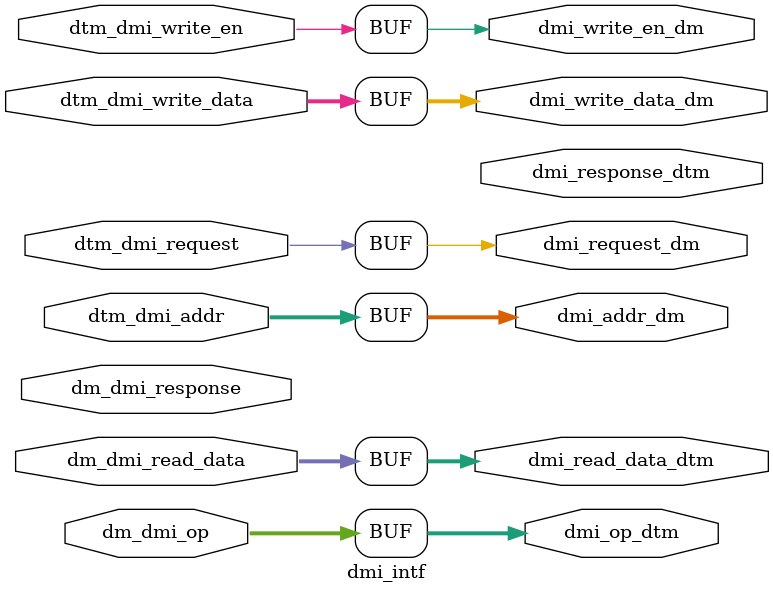
<source format=v>


//--------------------------------------------------------------------------
// Include File
//--------------------------------------------------------------------------
`include "debug_defines.v"

//--------------------------------------------------------------------------
// Module
//--------------------------------------------------------------------------
module dmi_intf #(
    parameter DMI_ABITIS = 6
)
//--------------------------------------------------------------------------
// Ports
//--------------------------------------------------------------------------
(
    // inputs from dtm
    input wire [DMI_ABITIS-1:0]  dtm_dmi_addr,
    input wire [31:0]            dtm_dmi_write_data,
    input wire                   dtm_dmi_write_en,
    input wire                   dtm_dmi_request,

    // from dm
    input wire                   dm_dmi_response,
    input [1:0]                  dm_dmi_op,
    input [31:0]                 dm_dmi_read_data,

    // outputs to dm
    output wire [DMI_ABITIS-1:0] dmi_addr_dm,
    output wire [31:0]           dmi_write_data_dm,
    output wire                  dmi_write_en_dm,
    output wire                  dmi_request_dm,

    // to dtm
    output wire                  dmi_response_dtm,
    output wire [1:0]            dmi_op_dtm,
    output wire [31:0]           dmi_read_data_dtm
);

//--------------------------------------------------------------------------
// Design: dmi intergace is only one master and slave
//--------------------------------------------------------------------------
assign dmi_addr_dm       = dtm_dmi_addr;
assign dmi_write_data_dm = dtm_dmi_write_data;
assign dmi_write_en_dm   = dtm_dmi_write_en;
assign dmi_request_dm    = dtm_dmi_request;
assign dmi_response_dtm  = dmi_response_dtm;
assign dmi_op_dtm        = dm_dmi_op;
assign dmi_read_data_dtm = dm_dmi_read_data;

endmodule
//--------------------------------------------------------------------------

</source>
